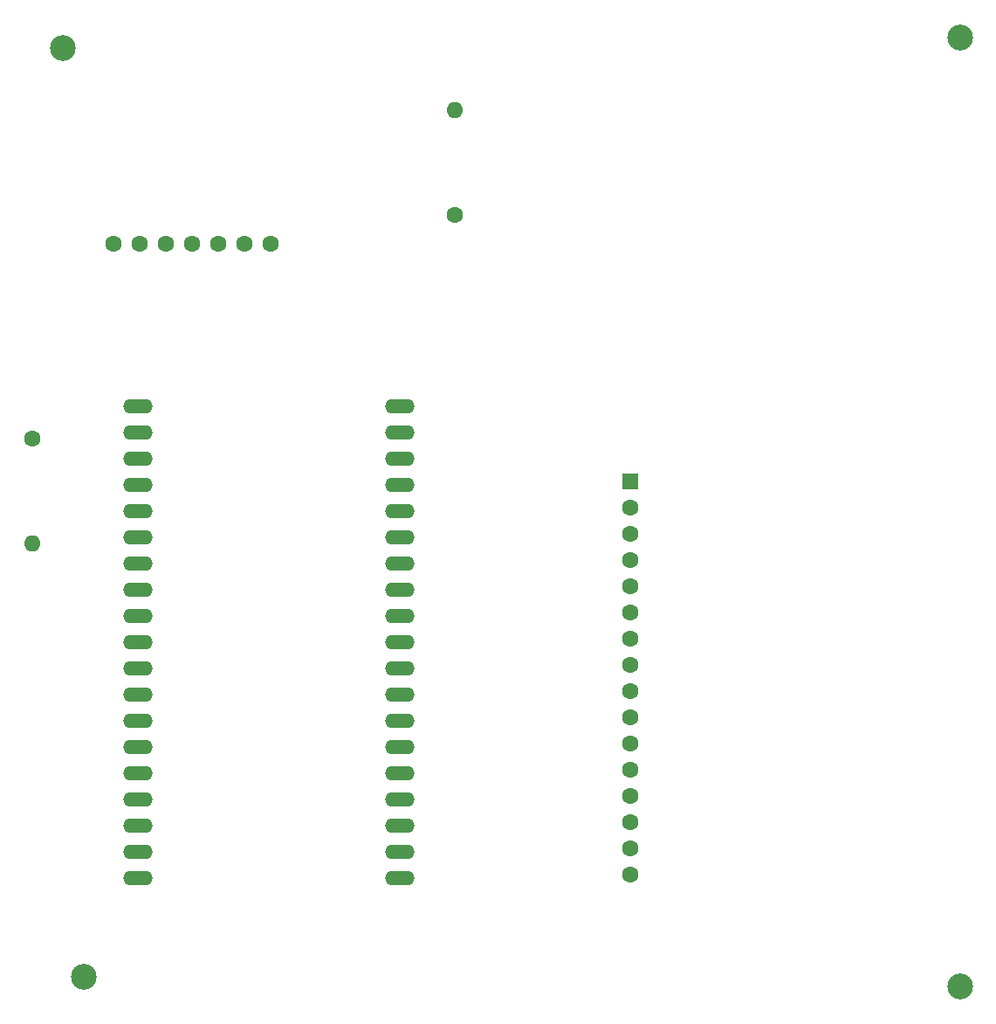
<source format=gbr>
%TF.GenerationSoftware,KiCad,Pcbnew,7.0.2*%
%TF.CreationDate,2023-05-09T10:18:56-04:00*%
%TF.ProjectId,port_alt,706f7274-5f61-46c7-942e-6b696361645f,rev?*%
%TF.SameCoordinates,Original*%
%TF.FileFunction,Soldermask,Top*%
%TF.FilePolarity,Negative*%
%FSLAX46Y46*%
G04 Gerber Fmt 4.6, Leading zero omitted, Abs format (unit mm)*
G04 Created by KiCad (PCBNEW 7.0.2) date 2023-05-09 10:18:56*
%MOMM*%
%LPD*%
G01*
G04 APERTURE LIST*
%ADD10C,2.500000*%
%ADD11O,2.844800X1.422400*%
%ADD12R,1.600000X1.600000*%
%ADD13C,1.600000*%
%ADD14O,1.600000X1.600000*%
G04 APERTURE END LIST*
D10*
%TO.C,REF\u002A\u002A*%
X99000000Y-146000000D03*
%TD*%
%TO.C,REF\u002A\u002A*%
X184000000Y-147000000D03*
%TD*%
D11*
%TO.C,U3*%
X104300000Y-90775000D03*
X104300000Y-93315000D03*
X104300000Y-123795000D03*
X129700000Y-90775000D03*
X129700000Y-106015000D03*
X129700000Y-123795000D03*
X129700000Y-126335000D03*
X129700000Y-121255000D03*
X129700000Y-113635000D03*
X129700000Y-136495000D03*
X129700000Y-133955000D03*
X129700000Y-131415000D03*
X104300000Y-128875000D03*
X104300000Y-131415000D03*
X104300000Y-133955000D03*
X104300000Y-121255000D03*
X104300000Y-126335000D03*
X104300000Y-118715000D03*
X129700000Y-128875000D03*
X129700000Y-118715000D03*
X129700000Y-116175000D03*
X129700000Y-111095000D03*
X129700000Y-108555000D03*
X129700000Y-103475000D03*
X129700000Y-95855000D03*
X129700000Y-93315000D03*
X104300000Y-111095000D03*
X104300000Y-113635000D03*
X104300000Y-116175000D03*
X104300000Y-106015000D03*
X104300000Y-108555000D03*
X104300000Y-100935000D03*
X104300000Y-103475000D03*
X104300000Y-95855000D03*
X104300000Y-98395000D03*
X129700000Y-100935000D03*
X129700000Y-98395000D03*
X104300000Y-136495000D03*
%TD*%
D12*
%TO.C,U1*%
X152000000Y-98000000D03*
D13*
X152000000Y-100540000D03*
X152000000Y-103080000D03*
X152000000Y-105620000D03*
X152000000Y-108160000D03*
X152000000Y-110700000D03*
X152000000Y-113240000D03*
X152000000Y-115780000D03*
X152000000Y-118320000D03*
X152000000Y-120860000D03*
X152000000Y-123400000D03*
X152000000Y-125940000D03*
X152000000Y-128480000D03*
X152000000Y-131020000D03*
X152000000Y-133560000D03*
X152000000Y-136100000D03*
%TD*%
%TO.C,U6*%
X135000000Y-72240000D03*
D14*
X135000000Y-62080000D03*
%TD*%
D13*
%TO.C,U2*%
X101920000Y-75000000D03*
X104460000Y-75000000D03*
X107000000Y-75000000D03*
X109540000Y-75000000D03*
X112080000Y-75000000D03*
X114620000Y-75000000D03*
X117160000Y-75000000D03*
%TD*%
D10*
%TO.C,REF\u002A\u002A*%
X184000000Y-55000000D03*
%TD*%
%TO.C,REF\u002A\u002A*%
X97000000Y-56000000D03*
%TD*%
D13*
%TO.C,U5*%
X94000000Y-93920000D03*
D14*
X94000000Y-104080000D03*
%TD*%
M02*

</source>
